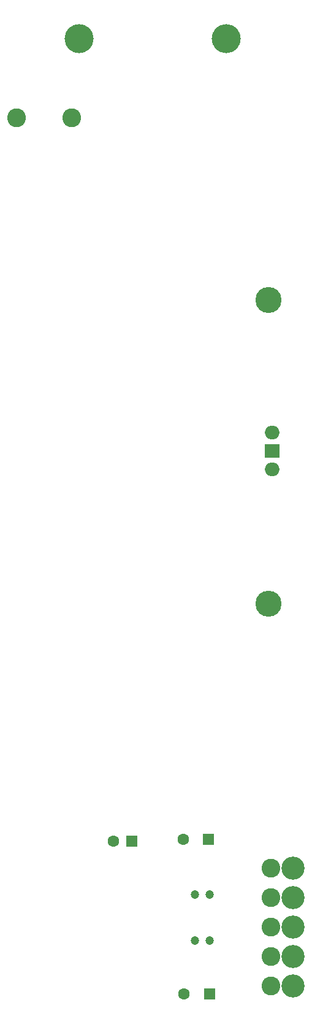
<source format=gbr>
%TF.GenerationSoftware,KiCad,Pcbnew,(6.0.10)*%
%TF.CreationDate,2023-05-04T16:05:15+10:00*%
%TF.ProjectId,LinearSaturn,4c696e65-6172-4536-9174-75726e2e6b69,rev?*%
%TF.SameCoordinates,Original*%
%TF.FileFunction,Soldermask,Bot*%
%TF.FilePolarity,Negative*%
%FSLAX46Y46*%
G04 Gerber Fmt 4.6, Leading zero omitted, Abs format (unit mm)*
G04 Created by KiCad (PCBNEW (6.0.10)) date 2023-05-04 16:05:15*
%MOMM*%
%LPD*%
G01*
G04 APERTURE LIST*
%ADD10R,1.600000X1.600000*%
%ADD11C,1.600000*%
%ADD12C,3.600000*%
%ADD13C,3.200000*%
%ADD14O,2.000000X1.905000*%
%ADD15C,2.600000*%
%ADD16R,2.000000X1.905000*%
%ADD17C,1.200000*%
%ADD18C,4.000000*%
%ADD19O,4.000000X4.000000*%
G04 APERTURE END LIST*
D10*
%TO.C,25v 220uF*%
X146050000Y-164338000D03*
D11*
X142550000Y-164338000D03*
%TD*%
D12*
%TO.C,*%
X154178000Y-68580000D03*
%TD*%
D13*
%TO.C,*%
X157592000Y-163228000D03*
%TD*%
D14*
%TO.C,*%
X154686000Y-91948000D03*
%TD*%
D12*
%TO.C,*%
X154178000Y-110490000D03*
%TD*%
D15*
%TO.C,*%
X154544000Y-146972000D03*
%TD*%
D16*
%TO.C,*%
X154686000Y-89408000D03*
%TD*%
D17*
%TO.C,50v 0.1uF*%
X144050000Y-150622000D03*
X146050000Y-150622000D03*
%TD*%
D13*
%TO.C,*%
X157592000Y-151036000D03*
%TD*%
D15*
%TO.C,*%
X154544000Y-159164000D03*
%TD*%
D11*
%TO.C,35v 100uF*%
X132810379Y-143256000D03*
D10*
X135310379Y-143256000D03*
%TD*%
D15*
%TO.C,*%
X154544000Y-151036000D03*
%TD*%
D13*
%TO.C,*%
X157592000Y-159164000D03*
%TD*%
D15*
%TO.C,*%
X154544000Y-163228000D03*
%TD*%
D11*
%TO.C,25v 220uF*%
X142424651Y-143002000D03*
D10*
X145924651Y-143002000D03*
%TD*%
D17*
%TO.C,50v 0.1uF*%
X144050000Y-156972000D03*
X146050000Y-156972000D03*
%TD*%
D15*
%TO.C,*%
X154544000Y-155100000D03*
%TD*%
%TO.C,*%
X119452000Y-43434000D03*
%TD*%
D14*
%TO.C,*%
X154686000Y-86868000D03*
%TD*%
D13*
%TO.C,*%
X157592000Y-155100000D03*
%TD*%
D18*
%TO.C,1N5822*%
X128016000Y-32512000D03*
D19*
X148336000Y-32512000D03*
%TD*%
D15*
%TO.C,*%
X127030000Y-43410000D03*
%TD*%
D13*
%TO.C,*%
X157592000Y-146972000D03*
%TD*%
M02*

</source>
